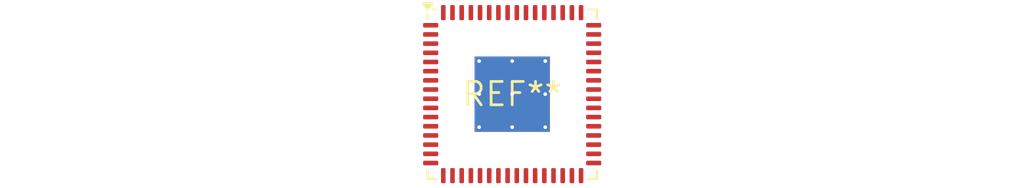
<source format=kicad_pcb>
(kicad_pcb (version 20240108) (generator pcbnew)
  (layers (0 "F.Cu" signal) (31 "B.Cu" signal) (34 "B.Paste" user) (35 "F.Paste" user) (36 "B.SilkS" user "B.Silkscreen") (37 "F.SilkS" user "F.Silkscreen") (38 "B.Mask" user) (39 "F.Mask" user) (44 "Edge.Cuts" user))
  (net 0 "")
  (footprint "QFN-64-1EP_9x9mm_P0.5mm_EP4.1x4.1mm_ThermalVias" (layer "F.Cu") (at 0 0)
    (property "Reference" "REF**")
    (property "Value" "QFN-64-1EP_9x9mm_P0.5mm_EP4.1x4.1mm_ThermalVias")
    (fp_line (start -4.61 -4.135) (end -4.61 -4.37) (layer "F.SilkS") (stroke (width 0.12)))
    (fp_line (start -4.61 4.61) (end -4.61 4.135) (layer "F.SilkS") (stroke (width 0.12)))
    (fp_line (start -4.135 -4.61) (end -4.31 -4.61) (layer "F.SilkS") (stroke (width 0.12)))
    (fp_line (start -4.135 4.61) (end -4.61 4.61) (layer "F.SilkS") (stroke (width 0.12)))
    (fp_line (start 4.135 -4.61) (end 4.61 -4.61) (layer "F.SilkS") (stroke (width 0.12)))
    (fp_line (start 4.135 4.61) (end 4.61 4.61) (layer "F.SilkS") (stroke (width 0.12)))
    (fp_line (start 4.61 -4.61) (end 4.61 -4.135) (layer "F.SilkS") (stroke (width 0.12)))
    (fp_line (start 4.61 4.61) (end 4.61 4.135) (layer "F.SilkS") (stroke (width 0.12)))
    (fp_poly (pts (xy -4.61 -4.61) (xy -4.85 -4.94) (xy -4.37 -4.94) (xy -4.61 -4.61)) (layer "F.SilkS") (stroke (width 0.12)) (fill solid))
    (pad "1" smd roundrect (at -4.4375 -3.75) (size 0.825 0.25) (layers "F.Cu" "F.Paste" "F.Mask"))
    (pad "2" smd roundrect (at -4.4375 -3.25) (size 0.825 0.25) (layers "F.Cu" "F.Paste" "F.Mask"))
    (pad "3" smd roundrect (at -4.4375 -2.75) (size 0.825 0.25) (layers "F.Cu" "F.Paste" "F.Mask"))
    (pad "4" smd roundrect (at -4.4375 -2.25) (size 0.825 0.25) (layers "F.Cu" "F.Paste" "F.Mask"))
    (pad "5" smd roundrect (at -4.4375 -1.75) (size 0.825 0.25) (layers "F.Cu" "F.Paste" "F.Mask"))
    (pad "6" smd roundrect (at -4.4375 -1.25) (size 0.825 0.25) (layers "F.Cu" "F.Paste" "F.Mask"))
    (pad "7" smd roundrect (at -4.4375 -0.75) (size 0.825 0.25) (layers "F.Cu" "F.Paste" "F.Mask"))
    (pad "8" smd roundrect (at -4.4375 -0.25) (size 0.825 0.25) (layers "F.Cu" "F.Paste" "F.Mask"))
    (pad "9" smd roundrect (at -4.4375 0.25) (size 0.825 0.25) (layers "F.Cu" "F.Paste" "F.Mask"))
    (pad "10" smd roundrect (at -4.4375 0.75) (size 0.825 0.25) (layers "F.Cu" "F.Paste" "F.Mask"))
    (pad "11" smd roundrect (at -4.4375 1.25) (size 0.825 0.25) (layers "F.Cu" "F.Paste" "F.Mask"))
    (pad "12" smd roundrect (at -4.4375 1.75) (size 0.825 0.25) (layers "F.Cu" "F.Paste" "F.Mask"))
    (pad "13" smd roundrect (at -4.4375 2.25) (size 0.825 0.25) (layers "F.Cu" "F.Paste" "F.Mask"))
    (pad "14" smd roundrect (at -4.4375 2.75) (size 0.825 0.25) (layers "F.Cu" "F.Paste" "F.Mask"))
    (pad "15" smd roundrect (at -4.4375 3.25) (size 0.825 0.25) (layers "F.Cu" "F.Paste" "F.Mask"))
    (pad "16" smd roundrect (at -4.4375 3.75) (size 0.825 0.25) (layers "F.Cu" "F.Paste" "F.Mask"))
    (pad "17" smd roundrect (at -3.75 4.4375) (size 0.25 0.825) (layers "F.Cu" "F.Paste" "F.Mask"))
    (pad "18" smd roundrect (at -3.25 4.4375) (size 0.25 0.825) (layers "F.Cu" "F.Paste" "F.Mask"))
    (pad "19" smd roundrect (at -2.75 4.4375) (size 0.25 0.825) (layers "F.Cu" "F.Paste" "F.Mask"))
    (pad "20" smd roundrect (at -2.25 4.4375) (size 0.25 0.825) (layers "F.Cu" "F.Paste" "F.Mask"))
    (pad "21" smd roundrect (at -1.75 4.4375) (size 0.25 0.825) (layers "F.Cu" "F.Paste" "F.Mask"))
    (pad "22" smd roundrect (at -1.25 4.4375) (size 0.25 0.825) (layers "F.Cu" "F.Paste" "F.Mask"))
    (pad "23" smd roundrect (at -0.75 4.4375) (size 0.25 0.825) (layers "F.Cu" "F.Paste" "F.Mask"))
    (pad "24" smd roundrect (at -0.25 4.4375) (size 0.25 0.825) (layers "F.Cu" "F.Paste" "F.Mask"))
    (pad "25" smd roundrect (at 0.25 4.4375) (size 0.25 0.825) (layers "F.Cu" "F.Paste" "F.Mask"))
    (pad "26" smd roundrect (at 0.75 4.4375) (size 0.25 0.825) (layers "F.Cu" "F.Paste" "F.Mask"))
    (pad "27" smd roundrect (at 1.25 4.4375) (size 0.25 0.825) (layers "F.Cu" "F.Paste" "F.Mask"))
    (pad "28" smd roundrect (at 1.75 4.4375) (size 0.25 0.825) (layers "F.Cu" "F.Paste" "F.Mask"))
    (pad "29" smd roundrect (at 2.25 4.4375) (size 0.25 0.825) (layers "F.Cu" "F.Paste" "F.Mask"))
    (pad "30" smd roundrect (at 2.75 4.4375) (size 0.25 0.825) (layers "F.Cu" "F.Paste" "F.Mask"))
    (pad "31" smd roundrect (at 3.25 4.4375) (size 0.25 0.825) (layers "F.Cu" "F.Paste" "F.Mask"))
    (pad "32" smd roundrect (at 3.75 4.4375) (size 0.25 0.825) (layers "F.Cu" "F.Paste" "F.Mask"))
    (pad "33" smd roundrect (at 4.4375 3.75) (size 0.825 0.25) (layers "F.Cu" "F.Paste" "F.Mask"))
    (pad "34" smd roundrect (at 4.4375 3.25) (size 0.825 0.25) (layers "F.Cu" "F.Paste" "F.Mask"))
    (pad "35" smd roundrect (at 4.4375 2.75) (size 0.825 0.25) (layers "F.Cu" "F.Paste" "F.Mask"))
    (pad "36" smd roundrect (at 4.4375 2.25) (size 0.825 0.25) (layers "F.Cu" "F.Paste" "F.Mask"))
    (pad "37" smd roundrect (at 4.4375 1.75) (size 0.825 0.25) (layers "F.Cu" "F.Paste" "F.Mask"))
    (pad "38" smd roundrect (at 4.4375 1.25) (size 0.825 0.25) (layers "F.Cu" "F.Paste" "F.Mask"))
    (pad "39" smd roundrect (at 4.4375 0.75) (size 0.825 0.25) (layers "F.Cu" "F.Paste" "F.Mask"))
    (pad "40" smd roundrect (at 4.4375 0.25) (size 0.825 0.25) (layers "F.Cu" "F.Paste" "F.Mask"))
    (pad "41" smd roundrect (at 4.4375 -0.25) (size 0.825 0.25) (layers "F.Cu" "F.Paste" "F.Mask"))
    (pad "42" smd roundrect (at 4.4375 -0.75) (size 0.825 0.25) (layers "F.Cu" "F.Paste" "F.Mask"))
    (pad "43" smd roundrect (at 4.4375 -1.25) (size 0.825 0.25) (layers "F.Cu" "F.Paste" "F.Mask"))
    (pad "44" smd roundrect (at 4.4375 -1.75) (size 0.825 0.25) (layers "F.Cu" "F.Paste" "F.Mask"))
    (pad "45" smd roundrect (at 4.4375 -2.25) (size 0.825 0.25) (layers "F.Cu" "F.Paste" "F.Mask"))
    (pad "46" smd roundrect (at 4.4375 -2.75) (size 0.825 0.25) (layers "F.Cu" "F.Paste" "F.Mask"))
    (pad "47" smd roundrect (at 4.4375 -3.25) (size 0.825 0.25) (layers "F.Cu" "F.Paste" "F.Mask"))
    (pad "48" smd roundrect (at 4.4375 -3.75) (size 0.825 0.25) (layers "F.Cu" "F.Paste" "F.Mask"))
    (pad "49" smd roundrect (at 3.75 -4.4375) (size 0.25 0.825) (layers "F.Cu" "F.Paste" "F.Mask"))
    (pad "50" smd roundrect (at 3.25 -4.4375) (size 0.25 0.825) (layers "F.Cu" "F.Paste" "F.Mask"))
    (pad "51" smd roundrect (at 2.75 -4.4375) (size 0.25 0.825) (layers "F.Cu" "F.Paste" "F.Mask"))
    (pad "52" smd roundrect (at 2.25 -4.4375) (size 0.25 0.825) (layers "F.Cu" "F.Paste" "F.Mask"))
    (pad "53" smd roundrect (at 1.75 -4.4375) (size 0.25 0.825) (layers "F.Cu" "F.Paste" "F.Mask"))
    (pad "54" smd roundrect (at 1.25 -4.4375) (size 0.25 0.825) (layers "F.Cu" "F.Paste" "F.Mask"))
    (pad "55" smd roundrect (at 0.75 -4.4375) (size 0.25 0.825) (layers "F.Cu" "F.Paste" "F.Mask"))
    (pad "56" smd roundrect (at 0.25 -4.4375) (size 0.25 0.825) (layers "F.Cu" "F.Paste" "F.Mask"))
    (pad "57" smd roundrect (at -0.25 -4.4375) (size 0.25 0.825) (layers "F.Cu" "F.Paste" "F.Mask"))
    (pad "58" smd roundrect (at -0.75 -4.4375) (size 0.25 0.825) (layers "F.Cu" "F.Paste" "F.Mask"))
    (pad "59" smd roundrect (at -1.25 -4.4375) (size 0.25 0.825) (layers "F.Cu" "F.Paste" "F.Mask"))
    (pad "60" smd roundrect (at -1.75 -4.4375) (size 0.25 0.825) (layers "F.Cu" "F.Paste" "F.Mask"))
    (pad "61" smd roundrect (at -2.25 -4.4375) (size 0.25 0.825) (layers "F.Cu" "F.Paste" "F.Mask"))
    (pad "62" smd roundrect (at -2.75 -4.4375) (size 0.25 0.825) (layers "F.Cu" "F.Paste" "F.Mask"))
    (pad "63" smd roundrect (at -3.25 -4.4375) (size 0.25 0.825) (layers "F.Cu" "F.Paste" "F.Mask"))
    (pad "64" smd roundrect (at -3.75 -4.4375) (size 0.25 0.825) (layers "F.Cu" "F.Paste" "F.Mask"))
    (pad "65" thru_hole circle (at -1.8 -1.8) (size 0.5 0.5) (drill 0.2) (property pad_prop_heatsink) (layers *.Cu) (remove_unused_layers))
    (pad "65" thru_hole circle (at -1.8 0) (size 0.5 0.5) (drill 0.2) (property pad_prop_heatsink) (layers *.Cu) (remove_unused_layers))
    (pad "65" thru_hole circle (at -1.8 1.8) (size 0.5 0.5) (drill 0.2) (property pad_prop_heatsink) (layers *.Cu) (remove_unused_layers))
    (pad "65" thru_hole circle (at 0 -1.8) (size 0.5 0.5) (drill 0.2) (property pad_prop_heatsink) (layers *.Cu) (remove_unused_layers))
    (pad "65" thru_hole circle (at 0 0) (size 0.5 0.5) (drill 0.2) (property pad_prop_heatsink) (layers *.Cu) (remove_unused_layers))
    (pad "65" smd rect (at 0 0) (size 4.1 4.1) (property pad_prop_heatsink) (layers "F.Cu" "F.Mask"))
    (pad "65" smd rect (at 0 0) (size 4.1 4.1) (property pad_prop_heatsink) (layers "B.Cu"))
    (pad "65" thru_hole circle (at 0 1.8) (size 0.5 0.5) (drill 0.2) (property pad_prop_heatsink) (layers *.Cu) (remove_unused_layers))
    (pad "65" thru_hole circle (at 1.8 -1.8) (size 0.5 0.5) (drill 0.2) (property pad_prop_heatsink) (layers *.Cu) (remove_unused_layers))
    (pad "65" thru_hole circle (at 1.8 0) (size 0.5 0.5) (drill 0.2) (property pad_prop_heatsink) (layers *.Cu) (remove_unused_layers))
    (pad "65" thru_hole circle (at 1.8 1.8) (size 0.5 0.5) (drill 0.2) (property pad_prop_heatsink) (layers *.Cu) (remove_unused_layers))
  )
)
</source>
